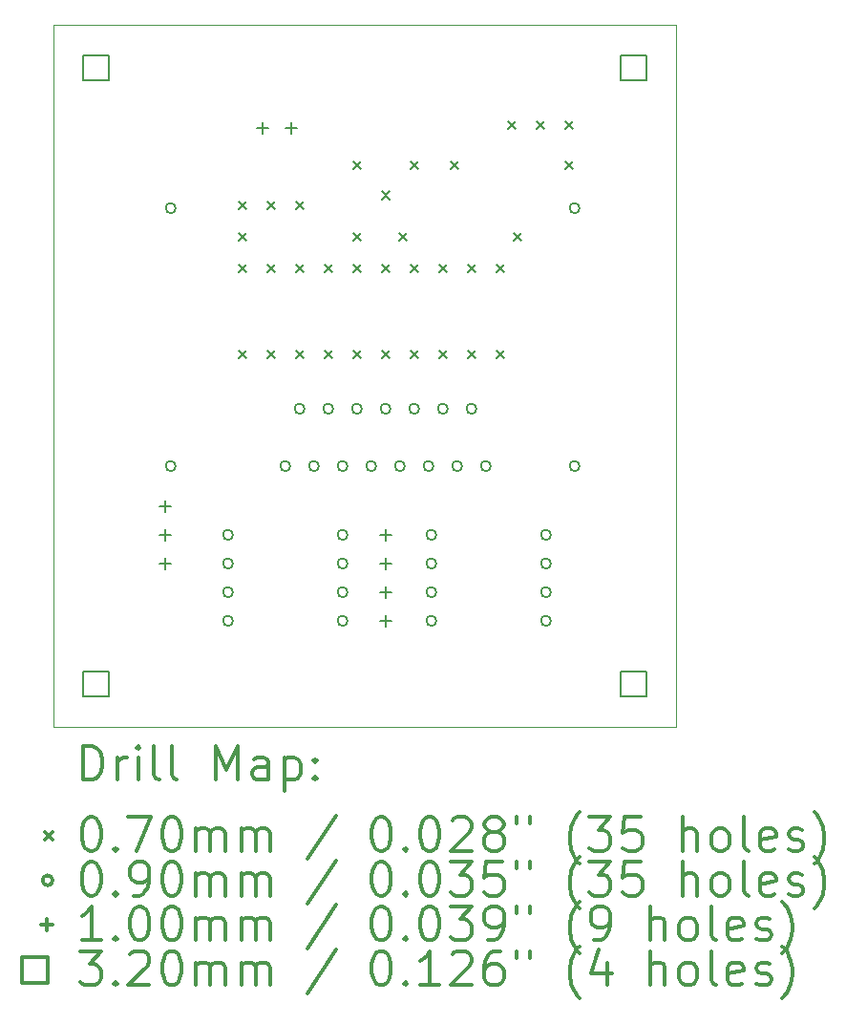
<source format=gbr>
%FSLAX45Y45*%
G04 Gerber Fmt 4.5, Leading zero omitted, Abs format (unit mm)*
G04 Created by KiCad (PCBNEW 4.0.1-stable) date 11/23/16 13:40:22*
%MOMM*%
G01*
G04 APERTURE LIST*
%ADD10C,0.127000*%
%ADD11C,0.100000*%
%ADD12C,0.200000*%
%ADD13C,0.300000*%
G04 APERTURE END LIST*
D10*
D11*
X9652000Y-5715000D02*
X9652000Y-5651500D01*
X9652000Y-5651500D02*
X9652000Y-5715000D01*
X9652000Y-5588000D02*
X9652000Y-5651500D01*
X15176500Y-5588000D02*
X9652000Y-5588000D01*
X15176500Y-11811000D02*
X15176500Y-5588000D01*
X9652000Y-11811000D02*
X15176500Y-11811000D01*
X9652000Y-5651500D02*
X9652000Y-11811000D01*
D12*
X11293400Y-7153200D02*
X11363400Y-7223200D01*
X11363400Y-7153200D02*
X11293400Y-7223200D01*
X11293400Y-7432600D02*
X11363400Y-7502600D01*
X11363400Y-7432600D02*
X11293400Y-7502600D01*
X11293400Y-7712000D02*
X11363400Y-7782000D01*
X11363400Y-7712000D02*
X11293400Y-7782000D01*
X11293400Y-8474000D02*
X11363400Y-8544000D01*
X11363400Y-8474000D02*
X11293400Y-8544000D01*
X11547400Y-7153200D02*
X11617400Y-7223200D01*
X11617400Y-7153200D02*
X11547400Y-7223200D01*
X11547400Y-7712000D02*
X11617400Y-7782000D01*
X11617400Y-7712000D02*
X11547400Y-7782000D01*
X11547400Y-8474000D02*
X11617400Y-8544000D01*
X11617400Y-8474000D02*
X11547400Y-8544000D01*
X11801400Y-7153200D02*
X11871400Y-7223200D01*
X11871400Y-7153200D02*
X11801400Y-7223200D01*
X11801400Y-7712000D02*
X11871400Y-7782000D01*
X11871400Y-7712000D02*
X11801400Y-7782000D01*
X11801400Y-8474000D02*
X11871400Y-8544000D01*
X11871400Y-8474000D02*
X11801400Y-8544000D01*
X12055400Y-7712000D02*
X12125400Y-7782000D01*
X12125400Y-7712000D02*
X12055400Y-7782000D01*
X12055400Y-8474000D02*
X12125400Y-8544000D01*
X12125400Y-8474000D02*
X12055400Y-8544000D01*
X12309400Y-6797600D02*
X12379400Y-6867600D01*
X12379400Y-6797600D02*
X12309400Y-6867600D01*
X12309400Y-7432600D02*
X12379400Y-7502600D01*
X12379400Y-7432600D02*
X12309400Y-7502600D01*
X12309400Y-7712000D02*
X12379400Y-7782000D01*
X12379400Y-7712000D02*
X12309400Y-7782000D01*
X12309400Y-8474000D02*
X12379400Y-8544000D01*
X12379400Y-8474000D02*
X12309400Y-8544000D01*
X12563400Y-7064300D02*
X12633400Y-7134300D01*
X12633400Y-7064300D02*
X12563400Y-7134300D01*
X12563400Y-7712000D02*
X12633400Y-7782000D01*
X12633400Y-7712000D02*
X12563400Y-7782000D01*
X12563400Y-8474000D02*
X12633400Y-8544000D01*
X12633400Y-8474000D02*
X12563400Y-8544000D01*
X12715800Y-7432600D02*
X12785800Y-7502600D01*
X12785800Y-7432600D02*
X12715800Y-7502600D01*
X12817400Y-6797600D02*
X12887400Y-6867600D01*
X12887400Y-6797600D02*
X12817400Y-6867600D01*
X12817400Y-7712000D02*
X12887400Y-7782000D01*
X12887400Y-7712000D02*
X12817400Y-7782000D01*
X12817400Y-8474000D02*
X12887400Y-8544000D01*
X12887400Y-8474000D02*
X12817400Y-8544000D01*
X13071400Y-7712000D02*
X13141400Y-7782000D01*
X13141400Y-7712000D02*
X13071400Y-7782000D01*
X13071400Y-8474000D02*
X13141400Y-8544000D01*
X13141400Y-8474000D02*
X13071400Y-8544000D01*
X13173000Y-6797600D02*
X13243000Y-6867600D01*
X13243000Y-6797600D02*
X13173000Y-6867600D01*
X13325400Y-7712000D02*
X13395400Y-7782000D01*
X13395400Y-7712000D02*
X13325400Y-7782000D01*
X13325400Y-8474000D02*
X13395400Y-8544000D01*
X13395400Y-8474000D02*
X13325400Y-8544000D01*
X13579400Y-7712000D02*
X13649400Y-7782000D01*
X13649400Y-7712000D02*
X13579400Y-7782000D01*
X13579400Y-8474000D02*
X13649400Y-8544000D01*
X13649400Y-8474000D02*
X13579400Y-8544000D01*
X13681000Y-6442000D02*
X13751000Y-6512000D01*
X13751000Y-6442000D02*
X13681000Y-6512000D01*
X13731800Y-7432600D02*
X13801800Y-7502600D01*
X13801800Y-7432600D02*
X13731800Y-7502600D01*
X13935000Y-6442000D02*
X14005000Y-6512000D01*
X14005000Y-6442000D02*
X13935000Y-6512000D01*
X14189000Y-6442000D02*
X14259000Y-6512000D01*
X14259000Y-6442000D02*
X14189000Y-6512000D01*
X14189000Y-6797600D02*
X14259000Y-6867600D01*
X14259000Y-6797600D02*
X14189000Y-6867600D01*
X10738400Y-7213600D02*
G75*
G03X10738400Y-7213600I-45000J0D01*
G01*
X10738400Y-9499600D02*
G75*
G03X10738400Y-9499600I-45000J0D01*
G01*
X11246452Y-10108946D02*
G75*
G03X11246452Y-10108946I-45000J0D01*
G01*
X11246452Y-10362946D02*
G75*
G03X11246452Y-10362946I-45000J0D01*
G01*
X11246452Y-10616946D02*
G75*
G03X11246452Y-10616946I-45000J0D01*
G01*
X11246452Y-10870946D02*
G75*
G03X11246452Y-10870946I-45000J0D01*
G01*
X11754400Y-9499600D02*
G75*
G03X11754400Y-9499600I-45000J0D01*
G01*
X11881400Y-8991600D02*
G75*
G03X11881400Y-8991600I-45000J0D01*
G01*
X12008400Y-9499600D02*
G75*
G03X12008400Y-9499600I-45000J0D01*
G01*
X12135400Y-8991600D02*
G75*
G03X12135400Y-8991600I-45000J0D01*
G01*
X12262400Y-9499600D02*
G75*
G03X12262400Y-9499600I-45000J0D01*
G01*
X12262400Y-10109200D02*
G75*
G03X12262400Y-10109200I-45000J0D01*
G01*
X12262400Y-10363200D02*
G75*
G03X12262400Y-10363200I-45000J0D01*
G01*
X12262400Y-10617200D02*
G75*
G03X12262400Y-10617200I-45000J0D01*
G01*
X12262400Y-10871200D02*
G75*
G03X12262400Y-10871200I-45000J0D01*
G01*
X12389400Y-8991600D02*
G75*
G03X12389400Y-8991600I-45000J0D01*
G01*
X12516400Y-9499600D02*
G75*
G03X12516400Y-9499600I-45000J0D01*
G01*
X12643400Y-8991600D02*
G75*
G03X12643400Y-8991600I-45000J0D01*
G01*
X12770400Y-9499600D02*
G75*
G03X12770400Y-9499600I-45000J0D01*
G01*
X12897400Y-8991600D02*
G75*
G03X12897400Y-8991600I-45000J0D01*
G01*
X13024400Y-9499600D02*
G75*
G03X13024400Y-9499600I-45000J0D01*
G01*
X13049852Y-10108946D02*
G75*
G03X13049852Y-10108946I-45000J0D01*
G01*
X13049852Y-10362946D02*
G75*
G03X13049852Y-10362946I-45000J0D01*
G01*
X13049852Y-10616946D02*
G75*
G03X13049852Y-10616946I-45000J0D01*
G01*
X13049852Y-10870946D02*
G75*
G03X13049852Y-10870946I-45000J0D01*
G01*
X13151400Y-8991600D02*
G75*
G03X13151400Y-8991600I-45000J0D01*
G01*
X13278400Y-9499600D02*
G75*
G03X13278400Y-9499600I-45000J0D01*
G01*
X13405400Y-8991600D02*
G75*
G03X13405400Y-8991600I-45000J0D01*
G01*
X13532400Y-9499600D02*
G75*
G03X13532400Y-9499600I-45000J0D01*
G01*
X14065800Y-10109200D02*
G75*
G03X14065800Y-10109200I-45000J0D01*
G01*
X14065800Y-10363200D02*
G75*
G03X14065800Y-10363200I-45000J0D01*
G01*
X14065800Y-10617200D02*
G75*
G03X14065800Y-10617200I-45000J0D01*
G01*
X14065800Y-10871200D02*
G75*
G03X14065800Y-10871200I-45000J0D01*
G01*
X14319800Y-7213600D02*
G75*
G03X14319800Y-7213600I-45000J0D01*
G01*
X14319800Y-9499600D02*
G75*
G03X14319800Y-9499600I-45000J0D01*
G01*
X10642600Y-9805200D02*
X10642600Y-9905200D01*
X10592600Y-9855200D02*
X10692600Y-9855200D01*
X10642600Y-10059200D02*
X10642600Y-10159200D01*
X10592600Y-10109200D02*
X10692600Y-10109200D01*
X10642600Y-10313200D02*
X10642600Y-10413200D01*
X10592600Y-10363200D02*
X10692600Y-10363200D01*
X11506200Y-6452400D02*
X11506200Y-6552400D01*
X11456200Y-6502400D02*
X11556200Y-6502400D01*
X11760200Y-6452400D02*
X11760200Y-6552400D01*
X11710200Y-6502400D02*
X11810200Y-6502400D01*
X12598400Y-10059200D02*
X12598400Y-10159200D01*
X12548400Y-10109200D02*
X12648400Y-10109200D01*
X12598400Y-10313200D02*
X12598400Y-10413200D01*
X12548400Y-10363200D02*
X12648400Y-10363200D01*
X12598400Y-10567200D02*
X12598400Y-10667200D01*
X12548400Y-10617200D02*
X12648400Y-10617200D01*
X12598400Y-10821200D02*
X12598400Y-10921200D01*
X12548400Y-10871200D02*
X12648400Y-10871200D01*
X10146138Y-6082138D02*
X10146138Y-5855862D01*
X9919862Y-5855862D01*
X9919862Y-6082138D01*
X10146138Y-6082138D01*
X10146138Y-11543138D02*
X10146138Y-11316862D01*
X9919862Y-11316862D01*
X9919862Y-11543138D01*
X10146138Y-11543138D01*
X14908638Y-6082138D02*
X14908638Y-5855862D01*
X14682362Y-5855862D01*
X14682362Y-6082138D01*
X14908638Y-6082138D01*
X14908638Y-11543138D02*
X14908638Y-11316862D01*
X14682362Y-11316862D01*
X14682362Y-11543138D01*
X14908638Y-11543138D01*
D13*
X9918429Y-12281714D02*
X9918429Y-11981714D01*
X9989857Y-11981714D01*
X10032714Y-11996000D01*
X10061286Y-12024571D01*
X10075571Y-12053143D01*
X10089857Y-12110286D01*
X10089857Y-12153143D01*
X10075571Y-12210286D01*
X10061286Y-12238857D01*
X10032714Y-12267429D01*
X9989857Y-12281714D01*
X9918429Y-12281714D01*
X10218429Y-12281714D02*
X10218429Y-12081714D01*
X10218429Y-12138857D02*
X10232714Y-12110286D01*
X10247000Y-12096000D01*
X10275571Y-12081714D01*
X10304143Y-12081714D01*
X10404143Y-12281714D02*
X10404143Y-12081714D01*
X10404143Y-11981714D02*
X10389857Y-11996000D01*
X10404143Y-12010286D01*
X10418429Y-11996000D01*
X10404143Y-11981714D01*
X10404143Y-12010286D01*
X10589857Y-12281714D02*
X10561286Y-12267429D01*
X10547000Y-12238857D01*
X10547000Y-11981714D01*
X10747000Y-12281714D02*
X10718429Y-12267429D01*
X10704143Y-12238857D01*
X10704143Y-11981714D01*
X11089857Y-12281714D02*
X11089857Y-11981714D01*
X11189857Y-12196000D01*
X11289857Y-11981714D01*
X11289857Y-12281714D01*
X11561286Y-12281714D02*
X11561286Y-12124571D01*
X11547000Y-12096000D01*
X11518428Y-12081714D01*
X11461286Y-12081714D01*
X11432714Y-12096000D01*
X11561286Y-12267429D02*
X11532714Y-12281714D01*
X11461286Y-12281714D01*
X11432714Y-12267429D01*
X11418428Y-12238857D01*
X11418428Y-12210286D01*
X11432714Y-12181714D01*
X11461286Y-12167429D01*
X11532714Y-12167429D01*
X11561286Y-12153143D01*
X11704143Y-12081714D02*
X11704143Y-12381714D01*
X11704143Y-12096000D02*
X11732714Y-12081714D01*
X11789857Y-12081714D01*
X11818428Y-12096000D01*
X11832714Y-12110286D01*
X11847000Y-12138857D01*
X11847000Y-12224571D01*
X11832714Y-12253143D01*
X11818428Y-12267429D01*
X11789857Y-12281714D01*
X11732714Y-12281714D01*
X11704143Y-12267429D01*
X11975571Y-12253143D02*
X11989857Y-12267429D01*
X11975571Y-12281714D01*
X11961286Y-12267429D01*
X11975571Y-12253143D01*
X11975571Y-12281714D01*
X11975571Y-12096000D02*
X11989857Y-12110286D01*
X11975571Y-12124571D01*
X11961286Y-12110286D01*
X11975571Y-12096000D01*
X11975571Y-12124571D01*
X9577000Y-12741000D02*
X9647000Y-12811000D01*
X9647000Y-12741000D02*
X9577000Y-12811000D01*
X9975571Y-12611714D02*
X10004143Y-12611714D01*
X10032714Y-12626000D01*
X10047000Y-12640286D01*
X10061286Y-12668857D01*
X10075571Y-12726000D01*
X10075571Y-12797429D01*
X10061286Y-12854571D01*
X10047000Y-12883143D01*
X10032714Y-12897429D01*
X10004143Y-12911714D01*
X9975571Y-12911714D01*
X9947000Y-12897429D01*
X9932714Y-12883143D01*
X9918429Y-12854571D01*
X9904143Y-12797429D01*
X9904143Y-12726000D01*
X9918429Y-12668857D01*
X9932714Y-12640286D01*
X9947000Y-12626000D01*
X9975571Y-12611714D01*
X10204143Y-12883143D02*
X10218429Y-12897429D01*
X10204143Y-12911714D01*
X10189857Y-12897429D01*
X10204143Y-12883143D01*
X10204143Y-12911714D01*
X10318428Y-12611714D02*
X10518428Y-12611714D01*
X10389857Y-12911714D01*
X10689857Y-12611714D02*
X10718429Y-12611714D01*
X10747000Y-12626000D01*
X10761286Y-12640286D01*
X10775571Y-12668857D01*
X10789857Y-12726000D01*
X10789857Y-12797429D01*
X10775571Y-12854571D01*
X10761286Y-12883143D01*
X10747000Y-12897429D01*
X10718429Y-12911714D01*
X10689857Y-12911714D01*
X10661286Y-12897429D01*
X10647000Y-12883143D01*
X10632714Y-12854571D01*
X10618429Y-12797429D01*
X10618429Y-12726000D01*
X10632714Y-12668857D01*
X10647000Y-12640286D01*
X10661286Y-12626000D01*
X10689857Y-12611714D01*
X10918429Y-12911714D02*
X10918429Y-12711714D01*
X10918429Y-12740286D02*
X10932714Y-12726000D01*
X10961286Y-12711714D01*
X11004143Y-12711714D01*
X11032714Y-12726000D01*
X11047000Y-12754571D01*
X11047000Y-12911714D01*
X11047000Y-12754571D02*
X11061286Y-12726000D01*
X11089857Y-12711714D01*
X11132714Y-12711714D01*
X11161286Y-12726000D01*
X11175571Y-12754571D01*
X11175571Y-12911714D01*
X11318428Y-12911714D02*
X11318428Y-12711714D01*
X11318428Y-12740286D02*
X11332714Y-12726000D01*
X11361286Y-12711714D01*
X11404143Y-12711714D01*
X11432714Y-12726000D01*
X11447000Y-12754571D01*
X11447000Y-12911714D01*
X11447000Y-12754571D02*
X11461286Y-12726000D01*
X11489857Y-12711714D01*
X11532714Y-12711714D01*
X11561286Y-12726000D01*
X11575571Y-12754571D01*
X11575571Y-12911714D01*
X12161286Y-12597429D02*
X11904143Y-12983143D01*
X12547000Y-12611714D02*
X12575571Y-12611714D01*
X12604143Y-12626000D01*
X12618428Y-12640286D01*
X12632714Y-12668857D01*
X12647000Y-12726000D01*
X12647000Y-12797429D01*
X12632714Y-12854571D01*
X12618428Y-12883143D01*
X12604143Y-12897429D01*
X12575571Y-12911714D01*
X12547000Y-12911714D01*
X12518428Y-12897429D01*
X12504143Y-12883143D01*
X12489857Y-12854571D01*
X12475571Y-12797429D01*
X12475571Y-12726000D01*
X12489857Y-12668857D01*
X12504143Y-12640286D01*
X12518428Y-12626000D01*
X12547000Y-12611714D01*
X12775571Y-12883143D02*
X12789857Y-12897429D01*
X12775571Y-12911714D01*
X12761286Y-12897429D01*
X12775571Y-12883143D01*
X12775571Y-12911714D01*
X12975571Y-12611714D02*
X13004143Y-12611714D01*
X13032714Y-12626000D01*
X13047000Y-12640286D01*
X13061285Y-12668857D01*
X13075571Y-12726000D01*
X13075571Y-12797429D01*
X13061285Y-12854571D01*
X13047000Y-12883143D01*
X13032714Y-12897429D01*
X13004143Y-12911714D01*
X12975571Y-12911714D01*
X12947000Y-12897429D01*
X12932714Y-12883143D01*
X12918428Y-12854571D01*
X12904143Y-12797429D01*
X12904143Y-12726000D01*
X12918428Y-12668857D01*
X12932714Y-12640286D01*
X12947000Y-12626000D01*
X12975571Y-12611714D01*
X13189857Y-12640286D02*
X13204143Y-12626000D01*
X13232714Y-12611714D01*
X13304143Y-12611714D01*
X13332714Y-12626000D01*
X13347000Y-12640286D01*
X13361285Y-12668857D01*
X13361285Y-12697429D01*
X13347000Y-12740286D01*
X13175571Y-12911714D01*
X13361285Y-12911714D01*
X13532714Y-12740286D02*
X13504143Y-12726000D01*
X13489857Y-12711714D01*
X13475571Y-12683143D01*
X13475571Y-12668857D01*
X13489857Y-12640286D01*
X13504143Y-12626000D01*
X13532714Y-12611714D01*
X13589857Y-12611714D01*
X13618428Y-12626000D01*
X13632714Y-12640286D01*
X13647000Y-12668857D01*
X13647000Y-12683143D01*
X13632714Y-12711714D01*
X13618428Y-12726000D01*
X13589857Y-12740286D01*
X13532714Y-12740286D01*
X13504143Y-12754571D01*
X13489857Y-12768857D01*
X13475571Y-12797429D01*
X13475571Y-12854571D01*
X13489857Y-12883143D01*
X13504143Y-12897429D01*
X13532714Y-12911714D01*
X13589857Y-12911714D01*
X13618428Y-12897429D01*
X13632714Y-12883143D01*
X13647000Y-12854571D01*
X13647000Y-12797429D01*
X13632714Y-12768857D01*
X13618428Y-12754571D01*
X13589857Y-12740286D01*
X13761286Y-12611714D02*
X13761286Y-12668857D01*
X13875571Y-12611714D02*
X13875571Y-12668857D01*
X14318428Y-13026000D02*
X14304143Y-13011714D01*
X14275571Y-12968857D01*
X14261285Y-12940286D01*
X14247000Y-12897429D01*
X14232714Y-12826000D01*
X14232714Y-12768857D01*
X14247000Y-12697429D01*
X14261285Y-12654571D01*
X14275571Y-12626000D01*
X14304143Y-12583143D01*
X14318428Y-12568857D01*
X14404143Y-12611714D02*
X14589857Y-12611714D01*
X14489857Y-12726000D01*
X14532714Y-12726000D01*
X14561285Y-12740286D01*
X14575571Y-12754571D01*
X14589857Y-12783143D01*
X14589857Y-12854571D01*
X14575571Y-12883143D01*
X14561285Y-12897429D01*
X14532714Y-12911714D01*
X14447000Y-12911714D01*
X14418428Y-12897429D01*
X14404143Y-12883143D01*
X14861285Y-12611714D02*
X14718428Y-12611714D01*
X14704143Y-12754571D01*
X14718428Y-12740286D01*
X14747000Y-12726000D01*
X14818428Y-12726000D01*
X14847000Y-12740286D01*
X14861285Y-12754571D01*
X14875571Y-12783143D01*
X14875571Y-12854571D01*
X14861285Y-12883143D01*
X14847000Y-12897429D01*
X14818428Y-12911714D01*
X14747000Y-12911714D01*
X14718428Y-12897429D01*
X14704143Y-12883143D01*
X15232714Y-12911714D02*
X15232714Y-12611714D01*
X15361285Y-12911714D02*
X15361285Y-12754571D01*
X15347000Y-12726000D01*
X15318428Y-12711714D01*
X15275571Y-12711714D01*
X15247000Y-12726000D01*
X15232714Y-12740286D01*
X15547000Y-12911714D02*
X15518428Y-12897429D01*
X15504143Y-12883143D01*
X15489857Y-12854571D01*
X15489857Y-12768857D01*
X15504143Y-12740286D01*
X15518428Y-12726000D01*
X15547000Y-12711714D01*
X15589857Y-12711714D01*
X15618428Y-12726000D01*
X15632714Y-12740286D01*
X15647000Y-12768857D01*
X15647000Y-12854571D01*
X15632714Y-12883143D01*
X15618428Y-12897429D01*
X15589857Y-12911714D01*
X15547000Y-12911714D01*
X15818428Y-12911714D02*
X15789857Y-12897429D01*
X15775571Y-12868857D01*
X15775571Y-12611714D01*
X16047000Y-12897429D02*
X16018428Y-12911714D01*
X15961286Y-12911714D01*
X15932714Y-12897429D01*
X15918428Y-12868857D01*
X15918428Y-12754571D01*
X15932714Y-12726000D01*
X15961286Y-12711714D01*
X16018428Y-12711714D01*
X16047000Y-12726000D01*
X16061286Y-12754571D01*
X16061286Y-12783143D01*
X15918428Y-12811714D01*
X16175571Y-12897429D02*
X16204143Y-12911714D01*
X16261286Y-12911714D01*
X16289857Y-12897429D01*
X16304143Y-12868857D01*
X16304143Y-12854571D01*
X16289857Y-12826000D01*
X16261286Y-12811714D01*
X16218428Y-12811714D01*
X16189857Y-12797429D01*
X16175571Y-12768857D01*
X16175571Y-12754571D01*
X16189857Y-12726000D01*
X16218428Y-12711714D01*
X16261286Y-12711714D01*
X16289857Y-12726000D01*
X16404143Y-13026000D02*
X16418428Y-13011714D01*
X16447000Y-12968857D01*
X16461286Y-12940286D01*
X16475571Y-12897429D01*
X16489857Y-12826000D01*
X16489857Y-12768857D01*
X16475571Y-12697429D01*
X16461286Y-12654571D01*
X16447000Y-12626000D01*
X16418428Y-12583143D01*
X16404143Y-12568857D01*
X9647000Y-13172000D02*
G75*
G03X9647000Y-13172000I-45000J0D01*
G01*
X9975571Y-13007714D02*
X10004143Y-13007714D01*
X10032714Y-13022000D01*
X10047000Y-13036286D01*
X10061286Y-13064857D01*
X10075571Y-13122000D01*
X10075571Y-13193429D01*
X10061286Y-13250571D01*
X10047000Y-13279143D01*
X10032714Y-13293429D01*
X10004143Y-13307714D01*
X9975571Y-13307714D01*
X9947000Y-13293429D01*
X9932714Y-13279143D01*
X9918429Y-13250571D01*
X9904143Y-13193429D01*
X9904143Y-13122000D01*
X9918429Y-13064857D01*
X9932714Y-13036286D01*
X9947000Y-13022000D01*
X9975571Y-13007714D01*
X10204143Y-13279143D02*
X10218429Y-13293429D01*
X10204143Y-13307714D01*
X10189857Y-13293429D01*
X10204143Y-13279143D01*
X10204143Y-13307714D01*
X10361286Y-13307714D02*
X10418428Y-13307714D01*
X10447000Y-13293429D01*
X10461286Y-13279143D01*
X10489857Y-13236286D01*
X10504143Y-13179143D01*
X10504143Y-13064857D01*
X10489857Y-13036286D01*
X10475571Y-13022000D01*
X10447000Y-13007714D01*
X10389857Y-13007714D01*
X10361286Y-13022000D01*
X10347000Y-13036286D01*
X10332714Y-13064857D01*
X10332714Y-13136286D01*
X10347000Y-13164857D01*
X10361286Y-13179143D01*
X10389857Y-13193429D01*
X10447000Y-13193429D01*
X10475571Y-13179143D01*
X10489857Y-13164857D01*
X10504143Y-13136286D01*
X10689857Y-13007714D02*
X10718429Y-13007714D01*
X10747000Y-13022000D01*
X10761286Y-13036286D01*
X10775571Y-13064857D01*
X10789857Y-13122000D01*
X10789857Y-13193429D01*
X10775571Y-13250571D01*
X10761286Y-13279143D01*
X10747000Y-13293429D01*
X10718429Y-13307714D01*
X10689857Y-13307714D01*
X10661286Y-13293429D01*
X10647000Y-13279143D01*
X10632714Y-13250571D01*
X10618429Y-13193429D01*
X10618429Y-13122000D01*
X10632714Y-13064857D01*
X10647000Y-13036286D01*
X10661286Y-13022000D01*
X10689857Y-13007714D01*
X10918429Y-13307714D02*
X10918429Y-13107714D01*
X10918429Y-13136286D02*
X10932714Y-13122000D01*
X10961286Y-13107714D01*
X11004143Y-13107714D01*
X11032714Y-13122000D01*
X11047000Y-13150571D01*
X11047000Y-13307714D01*
X11047000Y-13150571D02*
X11061286Y-13122000D01*
X11089857Y-13107714D01*
X11132714Y-13107714D01*
X11161286Y-13122000D01*
X11175571Y-13150571D01*
X11175571Y-13307714D01*
X11318428Y-13307714D02*
X11318428Y-13107714D01*
X11318428Y-13136286D02*
X11332714Y-13122000D01*
X11361286Y-13107714D01*
X11404143Y-13107714D01*
X11432714Y-13122000D01*
X11447000Y-13150571D01*
X11447000Y-13307714D01*
X11447000Y-13150571D02*
X11461286Y-13122000D01*
X11489857Y-13107714D01*
X11532714Y-13107714D01*
X11561286Y-13122000D01*
X11575571Y-13150571D01*
X11575571Y-13307714D01*
X12161286Y-12993429D02*
X11904143Y-13379143D01*
X12547000Y-13007714D02*
X12575571Y-13007714D01*
X12604143Y-13022000D01*
X12618428Y-13036286D01*
X12632714Y-13064857D01*
X12647000Y-13122000D01*
X12647000Y-13193429D01*
X12632714Y-13250571D01*
X12618428Y-13279143D01*
X12604143Y-13293429D01*
X12575571Y-13307714D01*
X12547000Y-13307714D01*
X12518428Y-13293429D01*
X12504143Y-13279143D01*
X12489857Y-13250571D01*
X12475571Y-13193429D01*
X12475571Y-13122000D01*
X12489857Y-13064857D01*
X12504143Y-13036286D01*
X12518428Y-13022000D01*
X12547000Y-13007714D01*
X12775571Y-13279143D02*
X12789857Y-13293429D01*
X12775571Y-13307714D01*
X12761286Y-13293429D01*
X12775571Y-13279143D01*
X12775571Y-13307714D01*
X12975571Y-13007714D02*
X13004143Y-13007714D01*
X13032714Y-13022000D01*
X13047000Y-13036286D01*
X13061285Y-13064857D01*
X13075571Y-13122000D01*
X13075571Y-13193429D01*
X13061285Y-13250571D01*
X13047000Y-13279143D01*
X13032714Y-13293429D01*
X13004143Y-13307714D01*
X12975571Y-13307714D01*
X12947000Y-13293429D01*
X12932714Y-13279143D01*
X12918428Y-13250571D01*
X12904143Y-13193429D01*
X12904143Y-13122000D01*
X12918428Y-13064857D01*
X12932714Y-13036286D01*
X12947000Y-13022000D01*
X12975571Y-13007714D01*
X13175571Y-13007714D02*
X13361285Y-13007714D01*
X13261285Y-13122000D01*
X13304143Y-13122000D01*
X13332714Y-13136286D01*
X13347000Y-13150571D01*
X13361285Y-13179143D01*
X13361285Y-13250571D01*
X13347000Y-13279143D01*
X13332714Y-13293429D01*
X13304143Y-13307714D01*
X13218428Y-13307714D01*
X13189857Y-13293429D01*
X13175571Y-13279143D01*
X13632714Y-13007714D02*
X13489857Y-13007714D01*
X13475571Y-13150571D01*
X13489857Y-13136286D01*
X13518428Y-13122000D01*
X13589857Y-13122000D01*
X13618428Y-13136286D01*
X13632714Y-13150571D01*
X13647000Y-13179143D01*
X13647000Y-13250571D01*
X13632714Y-13279143D01*
X13618428Y-13293429D01*
X13589857Y-13307714D01*
X13518428Y-13307714D01*
X13489857Y-13293429D01*
X13475571Y-13279143D01*
X13761286Y-13007714D02*
X13761286Y-13064857D01*
X13875571Y-13007714D02*
X13875571Y-13064857D01*
X14318428Y-13422000D02*
X14304143Y-13407714D01*
X14275571Y-13364857D01*
X14261285Y-13336286D01*
X14247000Y-13293429D01*
X14232714Y-13222000D01*
X14232714Y-13164857D01*
X14247000Y-13093429D01*
X14261285Y-13050571D01*
X14275571Y-13022000D01*
X14304143Y-12979143D01*
X14318428Y-12964857D01*
X14404143Y-13007714D02*
X14589857Y-13007714D01*
X14489857Y-13122000D01*
X14532714Y-13122000D01*
X14561285Y-13136286D01*
X14575571Y-13150571D01*
X14589857Y-13179143D01*
X14589857Y-13250571D01*
X14575571Y-13279143D01*
X14561285Y-13293429D01*
X14532714Y-13307714D01*
X14447000Y-13307714D01*
X14418428Y-13293429D01*
X14404143Y-13279143D01*
X14861285Y-13007714D02*
X14718428Y-13007714D01*
X14704143Y-13150571D01*
X14718428Y-13136286D01*
X14747000Y-13122000D01*
X14818428Y-13122000D01*
X14847000Y-13136286D01*
X14861285Y-13150571D01*
X14875571Y-13179143D01*
X14875571Y-13250571D01*
X14861285Y-13279143D01*
X14847000Y-13293429D01*
X14818428Y-13307714D01*
X14747000Y-13307714D01*
X14718428Y-13293429D01*
X14704143Y-13279143D01*
X15232714Y-13307714D02*
X15232714Y-13007714D01*
X15361285Y-13307714D02*
X15361285Y-13150571D01*
X15347000Y-13122000D01*
X15318428Y-13107714D01*
X15275571Y-13107714D01*
X15247000Y-13122000D01*
X15232714Y-13136286D01*
X15547000Y-13307714D02*
X15518428Y-13293429D01*
X15504143Y-13279143D01*
X15489857Y-13250571D01*
X15489857Y-13164857D01*
X15504143Y-13136286D01*
X15518428Y-13122000D01*
X15547000Y-13107714D01*
X15589857Y-13107714D01*
X15618428Y-13122000D01*
X15632714Y-13136286D01*
X15647000Y-13164857D01*
X15647000Y-13250571D01*
X15632714Y-13279143D01*
X15618428Y-13293429D01*
X15589857Y-13307714D01*
X15547000Y-13307714D01*
X15818428Y-13307714D02*
X15789857Y-13293429D01*
X15775571Y-13264857D01*
X15775571Y-13007714D01*
X16047000Y-13293429D02*
X16018428Y-13307714D01*
X15961286Y-13307714D01*
X15932714Y-13293429D01*
X15918428Y-13264857D01*
X15918428Y-13150571D01*
X15932714Y-13122000D01*
X15961286Y-13107714D01*
X16018428Y-13107714D01*
X16047000Y-13122000D01*
X16061286Y-13150571D01*
X16061286Y-13179143D01*
X15918428Y-13207714D01*
X16175571Y-13293429D02*
X16204143Y-13307714D01*
X16261286Y-13307714D01*
X16289857Y-13293429D01*
X16304143Y-13264857D01*
X16304143Y-13250571D01*
X16289857Y-13222000D01*
X16261286Y-13207714D01*
X16218428Y-13207714D01*
X16189857Y-13193429D01*
X16175571Y-13164857D01*
X16175571Y-13150571D01*
X16189857Y-13122000D01*
X16218428Y-13107714D01*
X16261286Y-13107714D01*
X16289857Y-13122000D01*
X16404143Y-13422000D02*
X16418428Y-13407714D01*
X16447000Y-13364857D01*
X16461286Y-13336286D01*
X16475571Y-13293429D01*
X16489857Y-13222000D01*
X16489857Y-13164857D01*
X16475571Y-13093429D01*
X16461286Y-13050571D01*
X16447000Y-13022000D01*
X16418428Y-12979143D01*
X16404143Y-12964857D01*
X9597000Y-13518000D02*
X9597000Y-13618000D01*
X9547000Y-13568000D02*
X9647000Y-13568000D01*
X10075571Y-13703714D02*
X9904143Y-13703714D01*
X9989857Y-13703714D02*
X9989857Y-13403714D01*
X9961286Y-13446571D01*
X9932714Y-13475143D01*
X9904143Y-13489429D01*
X10204143Y-13675143D02*
X10218429Y-13689429D01*
X10204143Y-13703714D01*
X10189857Y-13689429D01*
X10204143Y-13675143D01*
X10204143Y-13703714D01*
X10404143Y-13403714D02*
X10432714Y-13403714D01*
X10461286Y-13418000D01*
X10475571Y-13432286D01*
X10489857Y-13460857D01*
X10504143Y-13518000D01*
X10504143Y-13589429D01*
X10489857Y-13646571D01*
X10475571Y-13675143D01*
X10461286Y-13689429D01*
X10432714Y-13703714D01*
X10404143Y-13703714D01*
X10375571Y-13689429D01*
X10361286Y-13675143D01*
X10347000Y-13646571D01*
X10332714Y-13589429D01*
X10332714Y-13518000D01*
X10347000Y-13460857D01*
X10361286Y-13432286D01*
X10375571Y-13418000D01*
X10404143Y-13403714D01*
X10689857Y-13403714D02*
X10718429Y-13403714D01*
X10747000Y-13418000D01*
X10761286Y-13432286D01*
X10775571Y-13460857D01*
X10789857Y-13518000D01*
X10789857Y-13589429D01*
X10775571Y-13646571D01*
X10761286Y-13675143D01*
X10747000Y-13689429D01*
X10718429Y-13703714D01*
X10689857Y-13703714D01*
X10661286Y-13689429D01*
X10647000Y-13675143D01*
X10632714Y-13646571D01*
X10618429Y-13589429D01*
X10618429Y-13518000D01*
X10632714Y-13460857D01*
X10647000Y-13432286D01*
X10661286Y-13418000D01*
X10689857Y-13403714D01*
X10918429Y-13703714D02*
X10918429Y-13503714D01*
X10918429Y-13532286D02*
X10932714Y-13518000D01*
X10961286Y-13503714D01*
X11004143Y-13503714D01*
X11032714Y-13518000D01*
X11047000Y-13546571D01*
X11047000Y-13703714D01*
X11047000Y-13546571D02*
X11061286Y-13518000D01*
X11089857Y-13503714D01*
X11132714Y-13503714D01*
X11161286Y-13518000D01*
X11175571Y-13546571D01*
X11175571Y-13703714D01*
X11318428Y-13703714D02*
X11318428Y-13503714D01*
X11318428Y-13532286D02*
X11332714Y-13518000D01*
X11361286Y-13503714D01*
X11404143Y-13503714D01*
X11432714Y-13518000D01*
X11447000Y-13546571D01*
X11447000Y-13703714D01*
X11447000Y-13546571D02*
X11461286Y-13518000D01*
X11489857Y-13503714D01*
X11532714Y-13503714D01*
X11561286Y-13518000D01*
X11575571Y-13546571D01*
X11575571Y-13703714D01*
X12161286Y-13389429D02*
X11904143Y-13775143D01*
X12547000Y-13403714D02*
X12575571Y-13403714D01*
X12604143Y-13418000D01*
X12618428Y-13432286D01*
X12632714Y-13460857D01*
X12647000Y-13518000D01*
X12647000Y-13589429D01*
X12632714Y-13646571D01*
X12618428Y-13675143D01*
X12604143Y-13689429D01*
X12575571Y-13703714D01*
X12547000Y-13703714D01*
X12518428Y-13689429D01*
X12504143Y-13675143D01*
X12489857Y-13646571D01*
X12475571Y-13589429D01*
X12475571Y-13518000D01*
X12489857Y-13460857D01*
X12504143Y-13432286D01*
X12518428Y-13418000D01*
X12547000Y-13403714D01*
X12775571Y-13675143D02*
X12789857Y-13689429D01*
X12775571Y-13703714D01*
X12761286Y-13689429D01*
X12775571Y-13675143D01*
X12775571Y-13703714D01*
X12975571Y-13403714D02*
X13004143Y-13403714D01*
X13032714Y-13418000D01*
X13047000Y-13432286D01*
X13061285Y-13460857D01*
X13075571Y-13518000D01*
X13075571Y-13589429D01*
X13061285Y-13646571D01*
X13047000Y-13675143D01*
X13032714Y-13689429D01*
X13004143Y-13703714D01*
X12975571Y-13703714D01*
X12947000Y-13689429D01*
X12932714Y-13675143D01*
X12918428Y-13646571D01*
X12904143Y-13589429D01*
X12904143Y-13518000D01*
X12918428Y-13460857D01*
X12932714Y-13432286D01*
X12947000Y-13418000D01*
X12975571Y-13403714D01*
X13175571Y-13403714D02*
X13361285Y-13403714D01*
X13261285Y-13518000D01*
X13304143Y-13518000D01*
X13332714Y-13532286D01*
X13347000Y-13546571D01*
X13361285Y-13575143D01*
X13361285Y-13646571D01*
X13347000Y-13675143D01*
X13332714Y-13689429D01*
X13304143Y-13703714D01*
X13218428Y-13703714D01*
X13189857Y-13689429D01*
X13175571Y-13675143D01*
X13504143Y-13703714D02*
X13561285Y-13703714D01*
X13589857Y-13689429D01*
X13604143Y-13675143D01*
X13632714Y-13632286D01*
X13647000Y-13575143D01*
X13647000Y-13460857D01*
X13632714Y-13432286D01*
X13618428Y-13418000D01*
X13589857Y-13403714D01*
X13532714Y-13403714D01*
X13504143Y-13418000D01*
X13489857Y-13432286D01*
X13475571Y-13460857D01*
X13475571Y-13532286D01*
X13489857Y-13560857D01*
X13504143Y-13575143D01*
X13532714Y-13589429D01*
X13589857Y-13589429D01*
X13618428Y-13575143D01*
X13632714Y-13560857D01*
X13647000Y-13532286D01*
X13761286Y-13403714D02*
X13761286Y-13460857D01*
X13875571Y-13403714D02*
X13875571Y-13460857D01*
X14318428Y-13818000D02*
X14304143Y-13803714D01*
X14275571Y-13760857D01*
X14261285Y-13732286D01*
X14247000Y-13689429D01*
X14232714Y-13618000D01*
X14232714Y-13560857D01*
X14247000Y-13489429D01*
X14261285Y-13446571D01*
X14275571Y-13418000D01*
X14304143Y-13375143D01*
X14318428Y-13360857D01*
X14447000Y-13703714D02*
X14504143Y-13703714D01*
X14532714Y-13689429D01*
X14547000Y-13675143D01*
X14575571Y-13632286D01*
X14589857Y-13575143D01*
X14589857Y-13460857D01*
X14575571Y-13432286D01*
X14561285Y-13418000D01*
X14532714Y-13403714D01*
X14475571Y-13403714D01*
X14447000Y-13418000D01*
X14432714Y-13432286D01*
X14418428Y-13460857D01*
X14418428Y-13532286D01*
X14432714Y-13560857D01*
X14447000Y-13575143D01*
X14475571Y-13589429D01*
X14532714Y-13589429D01*
X14561285Y-13575143D01*
X14575571Y-13560857D01*
X14589857Y-13532286D01*
X14947000Y-13703714D02*
X14947000Y-13403714D01*
X15075571Y-13703714D02*
X15075571Y-13546571D01*
X15061285Y-13518000D01*
X15032714Y-13503714D01*
X14989857Y-13503714D01*
X14961285Y-13518000D01*
X14947000Y-13532286D01*
X15261285Y-13703714D02*
X15232714Y-13689429D01*
X15218428Y-13675143D01*
X15204143Y-13646571D01*
X15204143Y-13560857D01*
X15218428Y-13532286D01*
X15232714Y-13518000D01*
X15261285Y-13503714D01*
X15304143Y-13503714D01*
X15332714Y-13518000D01*
X15347000Y-13532286D01*
X15361285Y-13560857D01*
X15361285Y-13646571D01*
X15347000Y-13675143D01*
X15332714Y-13689429D01*
X15304143Y-13703714D01*
X15261285Y-13703714D01*
X15532714Y-13703714D02*
X15504143Y-13689429D01*
X15489857Y-13660857D01*
X15489857Y-13403714D01*
X15761286Y-13689429D02*
X15732714Y-13703714D01*
X15675571Y-13703714D01*
X15647000Y-13689429D01*
X15632714Y-13660857D01*
X15632714Y-13546571D01*
X15647000Y-13518000D01*
X15675571Y-13503714D01*
X15732714Y-13503714D01*
X15761286Y-13518000D01*
X15775571Y-13546571D01*
X15775571Y-13575143D01*
X15632714Y-13603714D01*
X15889857Y-13689429D02*
X15918428Y-13703714D01*
X15975571Y-13703714D01*
X16004143Y-13689429D01*
X16018428Y-13660857D01*
X16018428Y-13646571D01*
X16004143Y-13618000D01*
X15975571Y-13603714D01*
X15932714Y-13603714D01*
X15904143Y-13589429D01*
X15889857Y-13560857D01*
X15889857Y-13546571D01*
X15904143Y-13518000D01*
X15932714Y-13503714D01*
X15975571Y-13503714D01*
X16004143Y-13518000D01*
X16118428Y-13818000D02*
X16132714Y-13803714D01*
X16161286Y-13760857D01*
X16175571Y-13732286D01*
X16189857Y-13689429D01*
X16204143Y-13618000D01*
X16204143Y-13560857D01*
X16189857Y-13489429D01*
X16175571Y-13446571D01*
X16161286Y-13418000D01*
X16132714Y-13375143D01*
X16118428Y-13360857D01*
X9600138Y-14077138D02*
X9600138Y-13850862D01*
X9373862Y-13850862D01*
X9373862Y-14077138D01*
X9600138Y-14077138D01*
X9889857Y-13799714D02*
X10075571Y-13799714D01*
X9975571Y-13914000D01*
X10018429Y-13914000D01*
X10047000Y-13928286D01*
X10061286Y-13942571D01*
X10075571Y-13971143D01*
X10075571Y-14042571D01*
X10061286Y-14071143D01*
X10047000Y-14085429D01*
X10018429Y-14099714D01*
X9932714Y-14099714D01*
X9904143Y-14085429D01*
X9889857Y-14071143D01*
X10204143Y-14071143D02*
X10218429Y-14085429D01*
X10204143Y-14099714D01*
X10189857Y-14085429D01*
X10204143Y-14071143D01*
X10204143Y-14099714D01*
X10332714Y-13828286D02*
X10347000Y-13814000D01*
X10375571Y-13799714D01*
X10447000Y-13799714D01*
X10475571Y-13814000D01*
X10489857Y-13828286D01*
X10504143Y-13856857D01*
X10504143Y-13885429D01*
X10489857Y-13928286D01*
X10318428Y-14099714D01*
X10504143Y-14099714D01*
X10689857Y-13799714D02*
X10718429Y-13799714D01*
X10747000Y-13814000D01*
X10761286Y-13828286D01*
X10775571Y-13856857D01*
X10789857Y-13914000D01*
X10789857Y-13985429D01*
X10775571Y-14042571D01*
X10761286Y-14071143D01*
X10747000Y-14085429D01*
X10718429Y-14099714D01*
X10689857Y-14099714D01*
X10661286Y-14085429D01*
X10647000Y-14071143D01*
X10632714Y-14042571D01*
X10618429Y-13985429D01*
X10618429Y-13914000D01*
X10632714Y-13856857D01*
X10647000Y-13828286D01*
X10661286Y-13814000D01*
X10689857Y-13799714D01*
X10918429Y-14099714D02*
X10918429Y-13899714D01*
X10918429Y-13928286D02*
X10932714Y-13914000D01*
X10961286Y-13899714D01*
X11004143Y-13899714D01*
X11032714Y-13914000D01*
X11047000Y-13942571D01*
X11047000Y-14099714D01*
X11047000Y-13942571D02*
X11061286Y-13914000D01*
X11089857Y-13899714D01*
X11132714Y-13899714D01*
X11161286Y-13914000D01*
X11175571Y-13942571D01*
X11175571Y-14099714D01*
X11318428Y-14099714D02*
X11318428Y-13899714D01*
X11318428Y-13928286D02*
X11332714Y-13914000D01*
X11361286Y-13899714D01*
X11404143Y-13899714D01*
X11432714Y-13914000D01*
X11447000Y-13942571D01*
X11447000Y-14099714D01*
X11447000Y-13942571D02*
X11461286Y-13914000D01*
X11489857Y-13899714D01*
X11532714Y-13899714D01*
X11561286Y-13914000D01*
X11575571Y-13942571D01*
X11575571Y-14099714D01*
X12161286Y-13785429D02*
X11904143Y-14171143D01*
X12547000Y-13799714D02*
X12575571Y-13799714D01*
X12604143Y-13814000D01*
X12618428Y-13828286D01*
X12632714Y-13856857D01*
X12647000Y-13914000D01*
X12647000Y-13985429D01*
X12632714Y-14042571D01*
X12618428Y-14071143D01*
X12604143Y-14085429D01*
X12575571Y-14099714D01*
X12547000Y-14099714D01*
X12518428Y-14085429D01*
X12504143Y-14071143D01*
X12489857Y-14042571D01*
X12475571Y-13985429D01*
X12475571Y-13914000D01*
X12489857Y-13856857D01*
X12504143Y-13828286D01*
X12518428Y-13814000D01*
X12547000Y-13799714D01*
X12775571Y-14071143D02*
X12789857Y-14085429D01*
X12775571Y-14099714D01*
X12761286Y-14085429D01*
X12775571Y-14071143D01*
X12775571Y-14099714D01*
X13075571Y-14099714D02*
X12904143Y-14099714D01*
X12989857Y-14099714D02*
X12989857Y-13799714D01*
X12961285Y-13842571D01*
X12932714Y-13871143D01*
X12904143Y-13885429D01*
X13189857Y-13828286D02*
X13204143Y-13814000D01*
X13232714Y-13799714D01*
X13304143Y-13799714D01*
X13332714Y-13814000D01*
X13347000Y-13828286D01*
X13361285Y-13856857D01*
X13361285Y-13885429D01*
X13347000Y-13928286D01*
X13175571Y-14099714D01*
X13361285Y-14099714D01*
X13618428Y-13799714D02*
X13561285Y-13799714D01*
X13532714Y-13814000D01*
X13518428Y-13828286D01*
X13489857Y-13871143D01*
X13475571Y-13928286D01*
X13475571Y-14042571D01*
X13489857Y-14071143D01*
X13504143Y-14085429D01*
X13532714Y-14099714D01*
X13589857Y-14099714D01*
X13618428Y-14085429D01*
X13632714Y-14071143D01*
X13647000Y-14042571D01*
X13647000Y-13971143D01*
X13632714Y-13942571D01*
X13618428Y-13928286D01*
X13589857Y-13914000D01*
X13532714Y-13914000D01*
X13504143Y-13928286D01*
X13489857Y-13942571D01*
X13475571Y-13971143D01*
X13761286Y-13799714D02*
X13761286Y-13856857D01*
X13875571Y-13799714D02*
X13875571Y-13856857D01*
X14318428Y-14214000D02*
X14304143Y-14199714D01*
X14275571Y-14156857D01*
X14261285Y-14128286D01*
X14247000Y-14085429D01*
X14232714Y-14014000D01*
X14232714Y-13956857D01*
X14247000Y-13885429D01*
X14261285Y-13842571D01*
X14275571Y-13814000D01*
X14304143Y-13771143D01*
X14318428Y-13756857D01*
X14561285Y-13899714D02*
X14561285Y-14099714D01*
X14489857Y-13785429D02*
X14418428Y-13999714D01*
X14604143Y-13999714D01*
X14947000Y-14099714D02*
X14947000Y-13799714D01*
X15075571Y-14099714D02*
X15075571Y-13942571D01*
X15061285Y-13914000D01*
X15032714Y-13899714D01*
X14989857Y-13899714D01*
X14961285Y-13914000D01*
X14947000Y-13928286D01*
X15261285Y-14099714D02*
X15232714Y-14085429D01*
X15218428Y-14071143D01*
X15204143Y-14042571D01*
X15204143Y-13956857D01*
X15218428Y-13928286D01*
X15232714Y-13914000D01*
X15261285Y-13899714D01*
X15304143Y-13899714D01*
X15332714Y-13914000D01*
X15347000Y-13928286D01*
X15361285Y-13956857D01*
X15361285Y-14042571D01*
X15347000Y-14071143D01*
X15332714Y-14085429D01*
X15304143Y-14099714D01*
X15261285Y-14099714D01*
X15532714Y-14099714D02*
X15504143Y-14085429D01*
X15489857Y-14056857D01*
X15489857Y-13799714D01*
X15761286Y-14085429D02*
X15732714Y-14099714D01*
X15675571Y-14099714D01*
X15647000Y-14085429D01*
X15632714Y-14056857D01*
X15632714Y-13942571D01*
X15647000Y-13914000D01*
X15675571Y-13899714D01*
X15732714Y-13899714D01*
X15761286Y-13914000D01*
X15775571Y-13942571D01*
X15775571Y-13971143D01*
X15632714Y-13999714D01*
X15889857Y-14085429D02*
X15918428Y-14099714D01*
X15975571Y-14099714D01*
X16004143Y-14085429D01*
X16018428Y-14056857D01*
X16018428Y-14042571D01*
X16004143Y-14014000D01*
X15975571Y-13999714D01*
X15932714Y-13999714D01*
X15904143Y-13985429D01*
X15889857Y-13956857D01*
X15889857Y-13942571D01*
X15904143Y-13914000D01*
X15932714Y-13899714D01*
X15975571Y-13899714D01*
X16004143Y-13914000D01*
X16118428Y-14214000D02*
X16132714Y-14199714D01*
X16161286Y-14156857D01*
X16175571Y-14128286D01*
X16189857Y-14085429D01*
X16204143Y-14014000D01*
X16204143Y-13956857D01*
X16189857Y-13885429D01*
X16175571Y-13842571D01*
X16161286Y-13814000D01*
X16132714Y-13771143D01*
X16118428Y-13756857D01*
M02*

</source>
